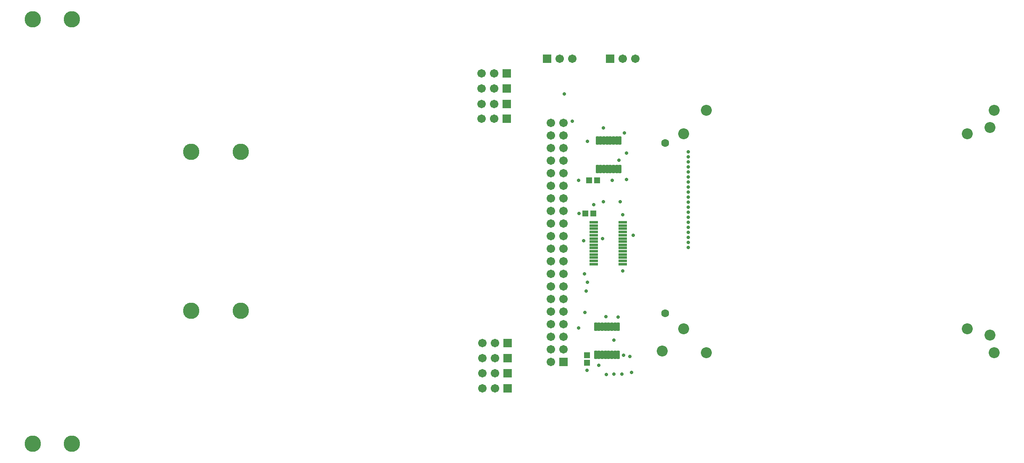
<source format=gbs>
G04*
G04 #@! TF.GenerationSoftware,Altium Limited,Altium Designer,21.6.4 (81)*
G04*
G04 Layer_Color=16711935*
%FSLAX25Y25*%
%MOIN*%
G70*
G04*
G04 #@! TF.SameCoordinates,DB6D09D7-76B6-4019-902A-DA84951F4E30*
G04*
G04*
G04 #@! TF.FilePolarity,Negative*
G04*
G01*
G75*
%ADD14C,0.06312*%
%ADD15R,0.06706X0.06706*%
%ADD16C,0.06706*%
%ADD17R,0.06706X0.06706*%
%ADD18C,0.08674*%
%ADD19C,0.13005*%
%ADD20C,0.02769*%
%ADD33R,0.04540X0.04737*%
%ADD34R,0.04737X0.04540*%
G04:AMPARAMS|DCode=35|XSize=69.81mil|YSize=24.14mil|CornerRadius=6.02mil|HoleSize=0mil|Usage=FLASHONLY|Rotation=270.000|XOffset=0mil|YOffset=0mil|HoleType=Round|Shape=RoundedRectangle|*
%AMROUNDEDRECTD35*
21,1,0.06981,0.01211,0,0,270.0*
21,1,0.05778,0.02414,0,0,270.0*
1,1,0.01204,-0.00605,-0.02889*
1,1,0.01204,-0.00605,0.02889*
1,1,0.01204,0.00605,0.02889*
1,1,0.01204,0.00605,-0.02889*
%
%ADD35ROUNDEDRECTD35*%
%ADD36R,0.06600X0.02200*%
D14*
X553717Y267185D02*
D03*
Y131752D02*
D03*
D15*
X473000Y93000D02*
D03*
D16*
X463000D02*
D03*
X473000Y103000D02*
D03*
X463000D02*
D03*
X473000Y113000D02*
D03*
X463000D02*
D03*
X473000Y123000D02*
D03*
X463000D02*
D03*
X473000Y133000D02*
D03*
X463000D02*
D03*
X473000Y143000D02*
D03*
X463000D02*
D03*
X473000Y153000D02*
D03*
X463000D02*
D03*
X473000Y163000D02*
D03*
X463000D02*
D03*
X473000Y173000D02*
D03*
X463000D02*
D03*
X473000Y183000D02*
D03*
X463000D02*
D03*
X473000Y193000D02*
D03*
X463000D02*
D03*
X473000Y203000D02*
D03*
X463000D02*
D03*
X473000Y213000D02*
D03*
X463000D02*
D03*
X473000Y223000D02*
D03*
X463000D02*
D03*
X473000Y233000D02*
D03*
X463000D02*
D03*
X473000Y243000D02*
D03*
X463000D02*
D03*
X473000Y253000D02*
D03*
X463000D02*
D03*
X473000Y263000D02*
D03*
X463000D02*
D03*
X473000Y273000D02*
D03*
X463000D02*
D03*
X473000Y283000D02*
D03*
X463000D02*
D03*
X418500Y96000D02*
D03*
X408500D02*
D03*
X418500Y108000D02*
D03*
X408500D02*
D03*
X418500Y72121D02*
D03*
X408500D02*
D03*
X418500Y84012D02*
D03*
X408500D02*
D03*
X520000Y334000D02*
D03*
X530000D02*
D03*
X470000D02*
D03*
X480000D02*
D03*
X418000Y286500D02*
D03*
X408000D02*
D03*
X418000Y298316D02*
D03*
X408000D02*
D03*
X418000Y310386D02*
D03*
X408000D02*
D03*
X418000Y322500D02*
D03*
X408000D02*
D03*
D17*
X428500Y96000D02*
D03*
X428500Y108000D02*
D03*
Y72121D02*
D03*
X428500Y84012D02*
D03*
X510000Y334000D02*
D03*
X460000D02*
D03*
X428000Y286500D02*
D03*
X428000Y298316D02*
D03*
X428000Y310386D02*
D03*
Y322500D02*
D03*
D18*
X793405Y274350D02*
D03*
X568405D02*
D03*
Y119350D02*
D03*
X793405D02*
D03*
X811211Y279350D02*
D03*
Y114350D02*
D03*
X551211Y101850D02*
D03*
X586230Y100394D02*
D03*
X814577D02*
D03*
Y293307D02*
D03*
X586230D02*
D03*
D19*
X216939Y260118D02*
D03*
Y133858D02*
D03*
X177569Y260118D02*
D03*
Y133858D02*
D03*
X83081Y365610D02*
D03*
X51821D02*
D03*
X83081Y28091D02*
D03*
X51821D02*
D03*
D20*
X528400Y193900D02*
D03*
X485000Y237500D02*
D03*
X485152Y211152D02*
D03*
X489000Y189500D02*
D03*
X520000Y165500D02*
D03*
Y210000D02*
D03*
X521427Y275000D02*
D03*
X507000Y83000D02*
D03*
X473500Y306000D02*
D03*
X492000Y268500D02*
D03*
X480000Y284500D02*
D03*
X518000Y220500D02*
D03*
X504500D02*
D03*
X504000Y191000D02*
D03*
X516457Y128957D02*
D03*
X491500Y86500D02*
D03*
X491000Y149500D02*
D03*
X572000Y260000D02*
D03*
Y256000D02*
D03*
Y252000D02*
D03*
Y248000D02*
D03*
Y240000D02*
D03*
Y244000D02*
D03*
Y236000D02*
D03*
Y232000D02*
D03*
Y224000D02*
D03*
Y228000D02*
D03*
Y220000D02*
D03*
Y216000D02*
D03*
Y212000D02*
D03*
Y208000D02*
D03*
Y204000D02*
D03*
Y200000D02*
D03*
Y196000D02*
D03*
Y192000D02*
D03*
Y188000D02*
D03*
Y184000D02*
D03*
X527051Y84666D02*
D03*
X519274Y83583D02*
D03*
X513000Y110500D02*
D03*
X520500Y98500D02*
D03*
X513000Y83500D02*
D03*
X489500Y163000D02*
D03*
X492000Y156500D02*
D03*
X501051Y90551D02*
D03*
X497000Y218000D02*
D03*
X490000Y132500D02*
D03*
X485000Y120000D02*
D03*
X504500Y279000D02*
D03*
X517000Y253500D02*
D03*
X523000Y259000D02*
D03*
Y238000D02*
D03*
X511500Y237500D02*
D03*
X525500Y97500D02*
D03*
X506500Y129000D02*
D03*
D33*
X491500Y98650D02*
D03*
Y92350D02*
D03*
D34*
X490350Y211152D02*
D03*
X496650D02*
D03*
X493350Y237500D02*
D03*
X499650D02*
D03*
D35*
X499823Y246500D02*
D03*
X502382D02*
D03*
X504941D02*
D03*
X507500D02*
D03*
X510059D02*
D03*
X512618D02*
D03*
X515177D02*
D03*
X517736D02*
D03*
Y269098D02*
D03*
X515177D02*
D03*
X512618D02*
D03*
X510059D02*
D03*
X507500D02*
D03*
X504941D02*
D03*
X502382D02*
D03*
X499823D02*
D03*
X498543Y98701D02*
D03*
X501102D02*
D03*
X503661D02*
D03*
X506220D02*
D03*
X508779D02*
D03*
X511339D02*
D03*
X513898D02*
D03*
X516457D02*
D03*
Y121299D02*
D03*
X513898D02*
D03*
X511339D02*
D03*
X508779D02*
D03*
X506220D02*
D03*
X503661D02*
D03*
X501102D02*
D03*
X498543D02*
D03*
D36*
X497000Y204100D02*
D03*
Y201600D02*
D03*
Y199000D02*
D03*
Y196500D02*
D03*
Y193900D02*
D03*
Y191300D02*
D03*
Y188800D02*
D03*
Y186200D02*
D03*
Y183700D02*
D03*
Y181100D02*
D03*
Y178500D02*
D03*
Y176000D02*
D03*
Y173400D02*
D03*
Y170900D02*
D03*
X520000D02*
D03*
Y173400D02*
D03*
Y176000D02*
D03*
Y178500D02*
D03*
Y181100D02*
D03*
Y183700D02*
D03*
Y186200D02*
D03*
Y188800D02*
D03*
Y191300D02*
D03*
Y193900D02*
D03*
Y196500D02*
D03*
Y199000D02*
D03*
Y201600D02*
D03*
Y204100D02*
D03*
M02*

</source>
